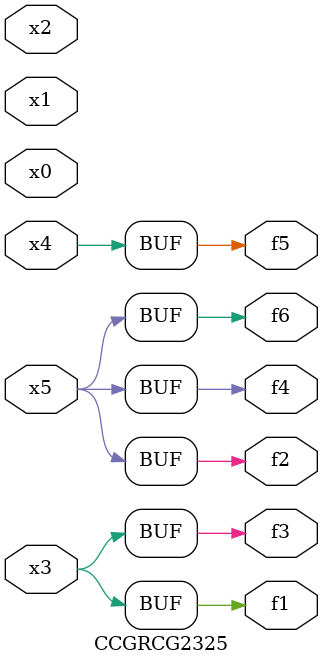
<source format=v>
module CCGRCG2325(
	input x0, x1, x2, x3, x4, x5,
	output f1, f2, f3, f4, f5, f6
);
	assign f1 = x3;
	assign f2 = x5;
	assign f3 = x3;
	assign f4 = x5;
	assign f5 = x4;
	assign f6 = x5;
endmodule

</source>
